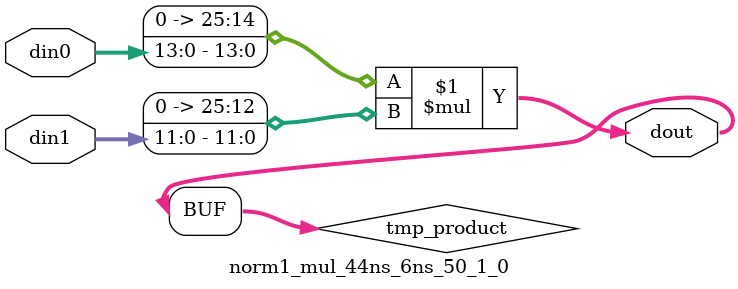
<source format=v>

`timescale 1 ns / 1 ps

 module norm1_mul_44ns_6ns_50_1_0(din0, din1, dout);
parameter ID = 1;
parameter NUM_STAGE = 0;
parameter din0_WIDTH = 14;
parameter din1_WIDTH = 12;
parameter dout_WIDTH = 26;

input [din0_WIDTH - 1 : 0] din0; 
input [din1_WIDTH - 1 : 0] din1; 
output [dout_WIDTH - 1 : 0] dout;

wire signed [dout_WIDTH - 1 : 0] tmp_product;
























assign tmp_product = $signed({1'b0, din0}) * $signed({1'b0, din1});











assign dout = tmp_product;





















endmodule

</source>
